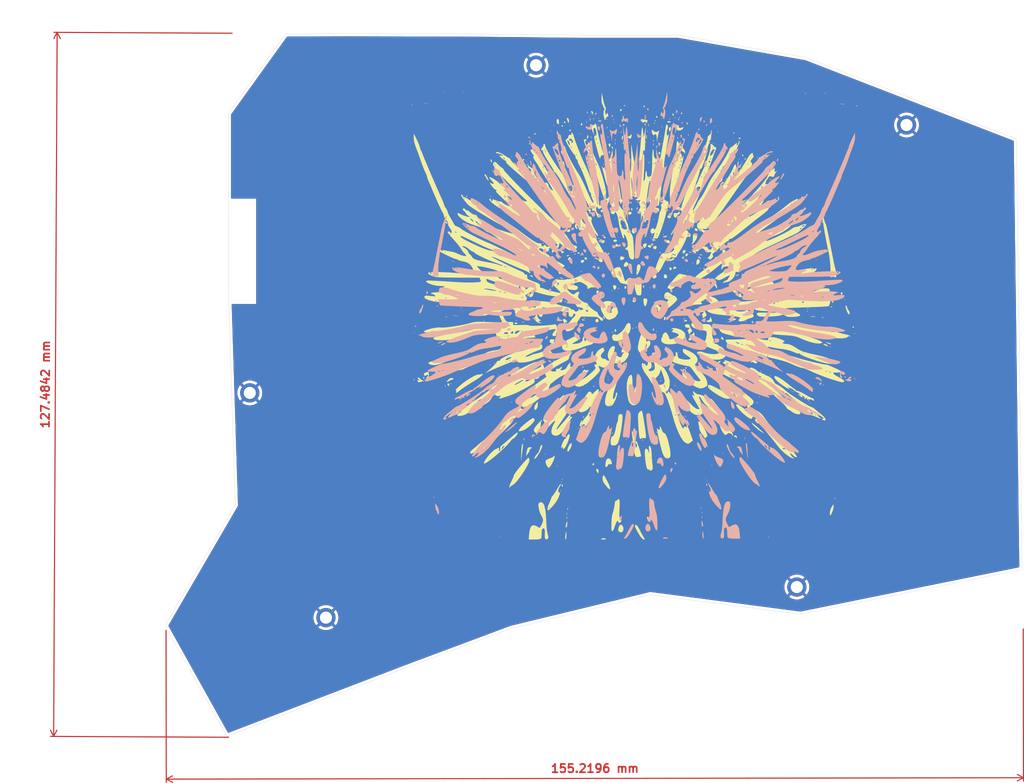
<source format=kicad_pcb>
(kicad_pcb (version 20211014) (generator pcbnew)
  (layers (0 "F.Cu" signal) (31 "B.Cu" signal) (34 "B.Paste" user) (35 "F.Paste" user) (36 "B.SilkS" user "B.Silkscreen") (37 "F.SilkS" user "F.Silkscreen") (38 "B.Mask" user) (39 "F.Mask" user) (44 "Edge.Cuts" user))
  (net 0 "")
  (net 1 "GND")
  (footprint "MountingHole:MountingHole_2.2mm_M2_ISO7380_Pad" (layer "F.Cu") (at 104.8258 127.5842)
    (fp_text reference "H3" hide)
    (fp_text value "MountingHole")
    (pad "1" thru_hole circle locked (at 0 0) (size 3.5 3.5) (drill 2.2) (layers *.Cu *.Mask) (net 1 "GND"))
  )
  (footprint "Library:hakea" (layer "F.Cu") (at 160.8328 72.9996)
    (fp_text reference "G***" hide)
    (fp_text value "LOGO" hide)
  )
  (footprint "Library:tkw-small" (layer "F.Cu") (at 98.8568 118.5164)
    (fp_text reference "G***" hide)
    (fp_text value "LOGO" hide)
  )
  (footprint "MountingHole:MountingHole_2.2mm_M2_ISO7380_Pad" (layer "F.Cu") (at 209.9564 38.3794)
    (fp_text reference "H5" hide)
    (fp_text value "MountingHole")
    (pad "1" thru_hole circle locked (at 0 0) (size 3.5 3.5) (drill 2.2) (layers *.Cu *.Mask) (net 1 "GND"))
  )
  (footprint "MountingHole:MountingHole_2.2mm_M2_ISO7380_Pad" (layer "F.Cu") (at 190.0936 122.047)
    (fp_text reference "H4" hide)
    (fp_text value "MountingHole")
    (pad "1" thru_hole circle locked (at 0 0) (size 3.5 3.5) (drill 2.2) (layers *.Cu *.Mask) (net 1 "GND"))
  )
  (footprint "MountingHole:MountingHole_2.2mm_M2_ISO7380_Pad" (layer "F.Cu") (at 142.875 27.559)
    (fp_text reference "H6" hide)
    (fp_text value "MountingHole")
    (pad "1" thru_hole circle locked (at 0 0) (size 3.5 3.5) (drill 2.2) (layers *.Cu *.Mask) (net 1 "GND"))
  )
  (footprint "MountingHole:MountingHole_2.2mm_M2_ISO7380_Pad" (layer "F.Cu") (at 91.0336 86.8934)
    (fp_text reference "H2" hide)
    (fp_text value "MountingHole")
    (pad "1" thru_hole circle locked (at 0 0) (size 3.5 3.5) (drill 2.2) (layers *.Cu *.Mask) (net 1 "GND"))
  )
  (footprint "Library:tkw-small" (layer "B.Cu") (at 98.8822 118.491 180)
    (fp_text reference "G***" hide)
    (fp_text value "LOGO" hide)
  )
  (footprint "Library:hakea" (layer "B.Cu") (at 160.528 72.8472 180)
    (fp_text reference "G***" hide)
    (fp_text value "LOGO" hide)
  )
  (gr_poly (pts (xy 131.1656 21.8948) (xy 132.207 21.8948) (xy 151.13 22.098) (xy 168.656 22.098) (xy 191.77 26.162) (xy 229.87 40.894) (xy 230.886 118.872) (xy 190.754 127) (xy 163.576 123.444) (xy 138.43 129.54) (xy 119.38 136.652) (xy 86.868 149.098) (xy 75.692 129.032) (xy 88.392 107.188) (xy 87.122 66.802) (xy 87.122 36.322) (xy 97.536 21.844) (xy 99.949 21.844) (xy 100.838 21.844) (xy 108.5088 21.8186) (xy 109.1184 21.8186) (xy 127.254 21.8694) (xy 127.6858 21.8694)) (layer "Edge.Cuts") (width 0.05) (fill none))
  (dimension (type aligned) (layer "F.Cu") (pts (xy 75.8698 129.3876) (xy 231.0892 129.1336)) (height 27.438896) (gr_text "155.2196 mm" (at 153.521455 154.899461 0.09375835112) (layer "F.Cu") (effects (font (size 1.5 1.5) (thickness 0.3)))) (format (units 3) (units_format 1) (precision 4)) (style (thickness 0.2) (arrow_length 1.27) (text_position_mode 0) (extension_height 0.58642) (extension_offset 0.5) keep_text_aligned))
  (dimension (type aligned) (layer "F.Cu") (pts (xy 87.7062 149.2504) (xy 88.3412 21.7678)) (height -32.190353) (gr_text "127.4842 mm" (at 54.033768 85.339794 89.71460796) (layer "F.Cu") (effects (font (size 1.5 1.5) (thickness 0.3)))) (format (units 3) (units_format 1) (precision 4)) (style (thickness 0.2) (arrow_length 1.27) (text_position_mode 0) (extension_height 0.58642) (extension_offset 0.5) keep_text_aligned))
  (zone (net 1) (net_name "GND") (layers F&B.Cu) (name "GND") (connect_pads (clearance 0.508)) (min_thickness 0.254) (fill yes (thermal_gap 0.508) (thermal_bridge_width 0.508))
    (polygon (pts (xy 230.886 119.126) (xy 88.2142 157.1752) (xy 80.6958 147.9296) (xy 64.4652 131.8768) (xy 87.376 25.908) (xy 88.646 17.272) (xy 230.378 15.748)))
  )
  (zone (net 0) (net_name "") (layers F&B.Cu) (name "Antenna") (connect_pads (clearance 0)) (min_thickness 0.254)
    (keepout (tracks not_allowed) (vias not_allowed) (pads not_allowed) (copperpour not_allowed) (footprints allowed))
    (fill (thermal_gap 0.508) (thermal_bridge_width 0.508))
    (polygon (pts (xy 92.202 70.7898) (xy 87.122 70.7898) (xy 87.122 51.7144) (xy 92.202 51.7144)))
  )
)
</source>
